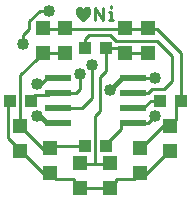
<source format=gtl>
G75*
G70*
%OFA0B0*%
%FSLAX24Y24*%
%IPPOS*%
%LPD*%
%AMOC8*
5,1,8,0,0,1.08239X$1,22.5*
%
%ADD10C,0.0100*%
%ADD11R,0.0472X0.0472*%
%ADD12R,0.0394X0.0433*%
%ADD13R,0.0866X0.0197*%
%ADD14C,0.0160*%
%ADD15C,0.0400*%
D10*
X002308Y003205D02*
X002508Y003019D01*
X003108Y002419D01*
X003308Y002455D01*
X003508Y002269D01*
X004108Y002269D01*
X004108Y002169D01*
X004308Y001955D01*
X004508Y001969D01*
X005108Y001969D01*
X005308Y001955D01*
X005508Y002169D01*
X005508Y002269D01*
X006108Y002269D01*
X006308Y002455D01*
X006508Y002419D01*
X007108Y003019D01*
X007308Y003205D01*
X007308Y004032D02*
X007108Y004069D01*
X006508Y003469D01*
X006308Y003282D01*
X005658Y003919D02*
X005658Y004119D01*
X006050Y004119D01*
X006558Y004119D01*
X006808Y004369D01*
X006404Y004615D02*
X006658Y004869D01*
X006974Y004869D01*
X007108Y005269D02*
X006708Y005269D01*
X006554Y005115D01*
X006050Y005115D01*
X006050Y005615D02*
X006308Y005619D01*
X006808Y005619D01*
X007108Y005269D02*
X007358Y005519D01*
X007358Y006369D01*
X006858Y006869D01*
X005508Y006869D01*
X005308Y007069D01*
X004608Y007069D01*
X004474Y006934D01*
X004474Y006619D01*
X004708Y006069D02*
X004708Y004969D01*
X004358Y004619D01*
X003567Y004619D01*
X003567Y005119D02*
X003158Y005069D01*
X002808Y005069D01*
X002643Y004869D01*
X002858Y005419D02*
X003008Y005419D01*
X003208Y005619D01*
X003567Y005619D01*
X003567Y005119D02*
X004158Y005119D01*
X004308Y005269D01*
X004308Y005769D01*
X004958Y005669D02*
X005158Y005869D01*
X005158Y006619D01*
X005143Y006619D01*
X005608Y006619D01*
X005772Y006455D01*
X005808Y006455D01*
X006008Y006469D01*
X006358Y006469D01*
X006558Y006455D01*
X006558Y007282D02*
X006358Y007269D01*
X006008Y007269D01*
X005808Y007282D01*
X005608Y007269D01*
X004008Y007269D01*
X003808Y007282D01*
X003608Y007269D01*
X003258Y007269D01*
X003058Y007282D01*
X002608Y007269D02*
X002608Y007519D01*
X002958Y007869D01*
X003258Y007869D01*
X002608Y007269D02*
X002408Y007069D01*
X002408Y006769D01*
X002858Y006269D02*
X003058Y006455D01*
X003258Y006469D01*
X003608Y006469D01*
X003808Y006455D01*
X002858Y006269D02*
X002308Y005719D01*
X002308Y004032D01*
X002508Y003819D01*
X003108Y003219D01*
X003308Y003282D01*
X003508Y003369D01*
X004474Y003369D01*
X004508Y002769D02*
X004308Y002782D01*
X004508Y002769D02*
X004808Y002769D01*
X004808Y004369D01*
X004958Y004519D01*
X004958Y005669D01*
X006050Y004615D02*
X006404Y004615D01*
X005658Y003919D02*
X005308Y003569D01*
X005143Y003369D01*
X005108Y002769D02*
X004808Y002769D01*
X005108Y002769D02*
X005308Y002782D01*
X007308Y004032D02*
X007508Y004219D01*
X007508Y004669D01*
X007643Y004869D01*
X007658Y004969D01*
X007658Y006469D01*
X006858Y007269D01*
X006558Y007282D01*
X005402Y007569D02*
X005269Y007569D01*
X005335Y007569D02*
X005335Y007836D01*
X005269Y007836D01*
X005335Y007969D02*
X005335Y008036D01*
X005075Y007969D02*
X005075Y007569D01*
X004808Y007969D01*
X004808Y007569D01*
X004588Y007749D02*
X004408Y007569D01*
X004208Y007769D01*
X004208Y007919D01*
X004258Y007969D01*
X004308Y007969D01*
X004408Y007869D01*
X004508Y007969D01*
X004558Y007969D01*
X004588Y007939D01*
X004588Y007902D01*
X004588Y007749D01*
X004561Y007721D02*
X004256Y007721D01*
X004208Y007820D02*
X004588Y007820D01*
X004588Y007918D02*
X004458Y007918D01*
X004359Y007918D02*
X004208Y007918D01*
X004354Y007623D02*
X004462Y007623D01*
X001974Y004869D02*
X001908Y004669D01*
X001908Y003619D01*
X002108Y003419D01*
X002308Y003205D01*
D11*
X002308Y003205D03*
X002308Y004032D03*
X003308Y003282D03*
X003308Y002455D03*
X004308Y002782D03*
X004308Y001955D03*
X005308Y001955D03*
X005308Y002782D03*
X006308Y002455D03*
X006308Y003282D03*
X007308Y003205D03*
X007308Y004032D03*
X006558Y006455D03*
X005808Y006455D03*
X005808Y007282D03*
X006558Y007282D03*
X003808Y007282D03*
X003058Y007282D03*
X003058Y006455D03*
X003808Y006455D03*
D12*
X004474Y006619D03*
X005143Y006619D03*
X006974Y004869D03*
X007643Y004869D03*
X005143Y003369D03*
X004474Y003369D03*
X002643Y004869D03*
X001974Y004869D03*
D13*
X003567Y005119D03*
X003567Y005619D03*
X003567Y004619D03*
X003567Y004119D03*
X006050Y004119D03*
X006050Y004615D03*
X006050Y005115D03*
X006050Y005615D03*
D14*
X006054Y005615D01*
X006058Y005619D01*
X005708Y005619D01*
X005308Y005219D01*
X003567Y004119D02*
X003208Y004119D01*
X002958Y004369D01*
X002858Y004369D01*
D15*
X002858Y004369D03*
X002858Y005419D03*
X002408Y006769D03*
X003258Y007869D03*
X004708Y006069D03*
X004308Y005769D03*
X005308Y005219D03*
X006808Y005619D03*
X006808Y004369D03*
M02*

</source>
